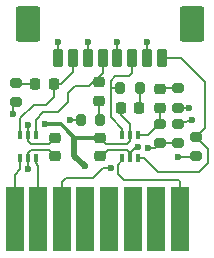
<source format=gbr>
%TF.GenerationSoftware,KiCad,Pcbnew,9.0.0*%
%TF.CreationDate,2025-03-02T19:11:09-08:00*%
%TF.ProjectId,EZ Stepper Line Driver - R2,455a2053-7465-4707-9065-72204c696e65,rev?*%
%TF.SameCoordinates,Original*%
%TF.FileFunction,Copper,L1,Top*%
%TF.FilePolarity,Positive*%
%FSLAX46Y46*%
G04 Gerber Fmt 4.6, Leading zero omitted, Abs format (unit mm)*
G04 Created by KiCad (PCBNEW 9.0.0) date 2025-03-02 19:11:09*
%MOMM*%
%LPD*%
G01*
G04 APERTURE LIST*
G04 Aperture macros list*
%AMRoundRect*
0 Rectangle with rounded corners*
0 $1 Rounding radius*
0 $2 $3 $4 $5 $6 $7 $8 $9 X,Y pos of 4 corners*
0 Add a 4 corners polygon primitive as box body*
4,1,4,$2,$3,$4,$5,$6,$7,$8,$9,$2,$3,0*
0 Add four circle primitives for the rounded corners*
1,1,$1+$1,$2,$3*
1,1,$1+$1,$4,$5*
1,1,$1+$1,$6,$7*
1,1,$1+$1,$8,$9*
0 Add four rect primitives between the rounded corners*
20,1,$1+$1,$2,$3,$4,$5,0*
20,1,$1+$1,$4,$5,$6,$7,0*
20,1,$1+$1,$6,$7,$8,$9,0*
20,1,$1+$1,$8,$9,$2,$3,0*%
G04 Aperture macros list end*
%TA.AperFunction,SMDPad,CuDef*%
%ADD10R,1.600000X5.500000*%
%TD*%
%TA.AperFunction,SMDPad,CuDef*%
%ADD11RoundRect,0.200000X-0.200000X-0.275000X0.200000X-0.275000X0.200000X0.275000X-0.200000X0.275000X0*%
%TD*%
%TA.AperFunction,SMDPad,CuDef*%
%ADD12RoundRect,0.225000X-0.250000X0.225000X-0.250000X-0.225000X0.250000X-0.225000X0.250000X0.225000X0*%
%TD*%
%TA.AperFunction,SMDPad,CuDef*%
%ADD13R,0.400000X0.650000*%
%TD*%
%TA.AperFunction,SMDPad,CuDef*%
%ADD14RoundRect,0.200000X-0.275000X0.200000X-0.275000X-0.200000X0.275000X-0.200000X0.275000X0.200000X0*%
%TD*%
%TA.AperFunction,SMDPad,CuDef*%
%ADD15RoundRect,0.200000X0.275000X-0.200000X0.275000X0.200000X-0.275000X0.200000X-0.275000X-0.200000X0*%
%TD*%
%TA.AperFunction,SMDPad,CuDef*%
%ADD16RoundRect,0.218750X-0.218750X-0.256250X0.218750X-0.256250X0.218750X0.256250X-0.218750X0.256250X0*%
%TD*%
%TA.AperFunction,SMDPad,CuDef*%
%ADD17RoundRect,0.218750X-0.256250X0.218750X-0.256250X-0.218750X0.256250X-0.218750X0.256250X0.218750X0*%
%TD*%
%TA.AperFunction,SMDPad,CuDef*%
%ADD18RoundRect,0.218750X0.218750X0.256250X-0.218750X0.256250X-0.218750X-0.256250X0.218750X-0.256250X0*%
%TD*%
%TA.AperFunction,SMDPad,CuDef*%
%ADD19RoundRect,0.200000X0.200000X0.600000X-0.200000X0.600000X-0.200000X-0.600000X0.200000X-0.600000X0*%
%TD*%
%TA.AperFunction,SMDPad,CuDef*%
%ADD20RoundRect,0.250001X0.799999X1.249999X-0.799999X1.249999X-0.799999X-1.249999X0.799999X-1.249999X0*%
%TD*%
%TA.AperFunction,SMDPad,CuDef*%
%ADD21RoundRect,0.218750X0.256250X-0.218750X0.256250X0.218750X-0.256250X0.218750X-0.256250X-0.218750X0*%
%TD*%
%TA.AperFunction,ViaPad*%
%ADD22C,0.600000*%
%TD*%
%TA.AperFunction,Conductor*%
%ADD23C,0.200000*%
%TD*%
%TA.AperFunction,Conductor*%
%ADD24C,0.500000*%
%TD*%
%TA.AperFunction,Conductor*%
%ADD25C,0.300000*%
%TD*%
G04 APERTURE END LIST*
D10*
%TO.P,U1,1,DIR*%
%TO.N,/DIR*%
X31880000Y124785000D03*
%TO.P,U1,2,STEP*%
%TO.N,/STEP*%
X33880000Y124785000D03*
%TO.P,U1,3,DIAG*%
%TO.N,/DIAG*%
X35880000Y124785000D03*
%TO.P,U1,4,MISO*%
%TO.N,unconnected-(U1-MISO-Pad4)*%
X37880000Y124785000D03*
%TO.P,U1,5,CS*%
%TO.N,unconnected-(U1-CS-Pad5)*%
X39880000Y124785000D03*
%TO.P,U1,6,SCK*%
%TO.N,unconnected-(U1-SCK-Pad6)*%
X41880000Y124785000D03*
%TO.P,U1,7,MOSI*%
%TO.N,unconnected-(U1-MOSI-Pad7)*%
X43880000Y124785000D03*
%TO.P,U1,8,~{ENABLE}*%
%TO.N,/\u005CENABLE*%
X45880000Y124785000D03*
%TD*%
D11*
%TO.P,R3,1*%
%TO.N,/B-ENABLE*%
X40831000Y135890000D03*
%TO.P,R3,2*%
%TO.N,Net-(D1-K)*%
X42481000Y135890000D03*
%TD*%
D12*
%TO.P,C1,1*%
%TO.N,+5V*%
X35306000Y131712000D03*
%TO.P,C1,2*%
%TO.N,GND*%
X35306000Y130162000D03*
%TD*%
D13*
%TO.P,U2,1*%
%TO.N,/DIR*%
X32370000Y129987000D03*
%TO.P,U2,2,GND*%
%TO.N,GND*%
X33020000Y129987000D03*
%TO.P,U2,3*%
%TO.N,/STEP*%
X33670000Y129987000D03*
%TO.P,U2,4*%
%TO.N,/B-STEP*%
X33670000Y131887000D03*
%TO.P,U2,5,VCC*%
%TO.N,+5V*%
X33020000Y131887000D03*
%TO.P,U2,6*%
%TO.N,/B-DIR*%
X32370000Y131887000D03*
%TD*%
D14*
%TO.P,R2,1*%
%TO.N,GND*%
X45720000Y132860000D03*
%TO.P,R2,2*%
%TO.N,/DIAG*%
X45720000Y131210000D03*
%TD*%
D15*
%TO.P,R1,1*%
%TO.N,/DIAG*%
X44196000Y131210000D03*
%TO.P,R1,2*%
%TO.N,/5VDIAG*%
X44196000Y132860000D03*
%TD*%
D16*
%TO.P,D3,1,K*%
%TO.N,Net-(D3-K)*%
X33629500Y136271000D03*
%TO.P,D3,2,A*%
%TO.N,/B-DIR*%
X35204500Y136271000D03*
%TD*%
D17*
%TO.P,D4,1,K*%
%TO.N,Net-(D4-K)*%
X44196000Y135788500D03*
%TO.P,D4,2,A*%
%TO.N,/5VDIAG*%
X44196000Y134213500D03*
%TD*%
D18*
%TO.P,D1,1,K*%
%TO.N,Net-(D1-K)*%
X42443500Y134239000D03*
%TO.P,D1,2,A*%
%TO.N,+5V*%
X40868500Y134239000D03*
%TD*%
D13*
%TO.P,U3,1*%
%TO.N,/\u005CENABLE*%
X41006000Y129987000D03*
%TO.P,U3,2,GND*%
%TO.N,GND*%
X41656000Y129987000D03*
%TO.P,U3,3*%
%TO.N,/B-DIAG*%
X42306000Y129987000D03*
%TO.P,U3,4*%
%TO.N,/5VDIAG*%
X42306000Y131887000D03*
%TO.P,U3,5,VCC*%
%TO.N,+5V*%
X41656000Y131887000D03*
%TO.P,U3,6*%
%TO.N,/B-ENABLE*%
X41006000Y131887000D03*
%TD*%
D15*
%TO.P,R6,1*%
%TO.N,GND*%
X45720000Y134239000D03*
%TO.P,R6,2*%
%TO.N,Net-(D4-K)*%
X45720000Y135889000D03*
%TD*%
D11*
%TO.P,R4,1*%
%TO.N,GND*%
X37465000Y133224000D03*
%TO.P,R4,2*%
%TO.N,Net-(D2-K)*%
X39115000Y133224000D03*
%TD*%
D19*
%TO.P,J1,1,Pin_1*%
%TO.N,/B-DIAG*%
X44341000Y138425000D03*
%TO.P,J1,2,Pin_2*%
%TO.N,GND*%
X43091000Y138425000D03*
%TO.P,J1,3,Pin_3*%
%TO.N,/B-ENABLE*%
X41841000Y138425000D03*
%TO.P,J1,4,Pin_4*%
%TO.N,GND*%
X40591000Y138425000D03*
%TO.P,J1,5,Pin_5*%
%TO.N,/B-STEP*%
X39341000Y138425000D03*
%TO.P,J1,6,Pin_6*%
%TO.N,GND*%
X38091000Y138425000D03*
%TO.P,J1,7,Pin_7*%
%TO.N,/B-DIR*%
X36841000Y138425000D03*
%TO.P,J1,8,Pin_8*%
%TO.N,GND*%
X35591000Y138425000D03*
D20*
%TO.P,J1,MP*%
X46891000Y141325000D03*
X33041000Y141325000D03*
%TD*%
D14*
%TO.P,R7,1*%
%TO.N,/B-DIAG*%
X47244000Y131762000D03*
%TO.P,R7,2*%
%TO.N,+5V*%
X47244000Y130112000D03*
%TD*%
D21*
%TO.P,D2,1,K*%
%TO.N,Net-(D2-K)*%
X38989000Y134848500D03*
%TO.P,D2,2,A*%
%TO.N,/B-STEP*%
X38989000Y136423500D03*
%TD*%
D15*
%TO.P,R5,1*%
%TO.N,GND*%
X32004000Y134684000D03*
%TO.P,R5,2*%
%TO.N,Net-(D3-K)*%
X32004000Y136334000D03*
%TD*%
D12*
%TO.P,C2,1*%
%TO.N,+5V*%
X39116000Y131712000D03*
%TO.P,C2,2*%
%TO.N,GND*%
X39116000Y130162000D03*
%TD*%
D22*
%TO.N,GND*%
X43091000Y139772000D03*
%TO.N,+5V*%
X34417000Y132842000D03*
X33020000Y132808000D03*
X37846000Y129286000D03*
X45730000Y130035000D03*
%TO.N,GND*%
X46341000Y141224000D03*
X33020000Y129066000D03*
X38091000Y139772000D03*
X35591000Y139772000D03*
X46341000Y140208000D03*
X46863000Y133223000D03*
X32371000Y141224000D03*
X47484000Y140208000D03*
X46341000Y142367000D03*
X32371000Y142367000D03*
X46641000Y134239000D03*
X47484000Y141224000D03*
X47484000Y142367000D03*
X31750000Y133699000D03*
X40591000Y139772000D03*
X36576000Y133223000D03*
X42291000Y130937000D03*
X33641000Y142367000D03*
X33641000Y141224000D03*
X32371000Y140208000D03*
X33641000Y140208000D03*
%TO.N,/DIAG*%
X43180000Y130810000D03*
X40005000Y129159000D03*
%TD*%
D23*
%TO.N,GND*%
X43091000Y138425000D02*
X43091000Y139772000D01*
%TO.N,+5V*%
X39637000Y131191000D02*
X39116000Y131712000D01*
D24*
X37846000Y129286000D02*
X36944000Y130188000D01*
D23*
X40767000Y131191000D02*
X39637000Y131191000D01*
X33274000Y131191000D02*
X34785000Y131191000D01*
D25*
X36258500Y132397500D02*
X36944000Y131712000D01*
D23*
X33020000Y131887000D02*
X33020000Y132808000D01*
X41656000Y131445000D02*
X41402000Y131191000D01*
X41656000Y132842000D02*
X41656000Y131887000D01*
D25*
X39116000Y131712000D02*
X38494000Y131712000D01*
D23*
X40868500Y134239000D02*
X40868500Y133629500D01*
D25*
X35814000Y132842000D02*
X36258500Y132397500D01*
D23*
X47230000Y130460000D02*
X46805000Y130035000D01*
X33020000Y131445000D02*
X33274000Y131191000D01*
X45730000Y130035000D02*
X47167000Y130035000D01*
X41656000Y131887000D02*
X41656000Y131445000D01*
X39694000Y131191000D02*
X39961000Y131191000D01*
X40767000Y131191000D02*
X39961000Y131191000D01*
X46805000Y130035000D02*
X45730000Y130035000D01*
X40868500Y133629500D02*
X41656000Y132842000D01*
X41402000Y131191000D02*
X40767000Y131191000D01*
D25*
X34417000Y132842000D02*
X35814000Y132842000D01*
D23*
X33020000Y131887000D02*
X33020000Y131445000D01*
X34785000Y131191000D02*
X35306000Y131712000D01*
D24*
X36944000Y130188000D02*
X36944000Y131712000D01*
D23*
X47167000Y130035000D02*
X47244000Y130112000D01*
D25*
X36944000Y131712000D02*
X39116000Y131712000D01*
D23*
%TO.N,GND*%
X33274000Y130683000D02*
X33020000Y130429000D01*
X41592500Y130050500D02*
X41592500Y130492500D01*
X37465000Y133224000D02*
X36576000Y133223000D01*
X41148000Y130683000D02*
X40752736Y130683000D01*
X41656000Y129987000D02*
X41719500Y130050500D01*
X41592500Y130492500D02*
X41402000Y130683000D01*
X45720000Y134239000D02*
X46641000Y134239000D01*
X41656000Y129987000D02*
X41592500Y130050500D01*
X40591000Y138425000D02*
X40591000Y139772000D01*
X35591000Y138425000D02*
X35591000Y139772000D01*
X40736000Y130683000D02*
X41402000Y130683000D01*
X41275000Y130683000D02*
X39751686Y130683000D01*
X39230686Y130162000D02*
X39116000Y130162000D01*
X33020000Y129987000D02*
X33020000Y129066000D01*
X38091000Y138425000D02*
X38091000Y139772000D01*
X41275000Y130683000D02*
X41402000Y130683000D01*
X41719500Y130492500D02*
X42164000Y130937000D01*
X31750000Y134620000D02*
X31750000Y133699000D01*
X33020000Y130429000D02*
X33020000Y129987000D01*
X41719500Y130050500D02*
X41719500Y130492500D01*
X45720000Y132860000D02*
X46863000Y133223000D01*
X39751686Y130683000D02*
X39230686Y130162000D01*
X34785000Y130683000D02*
X33274000Y130683000D01*
X41148000Y130683000D02*
X41275000Y130683000D01*
X42164000Y130937000D02*
X42291000Y130937000D01*
X35306000Y130162000D02*
X34785000Y130683000D01*
%TO.N,/B-STEP*%
X34290000Y133858000D02*
X33670000Y133238000D01*
X38223500Y136042500D02*
X36982500Y136042500D01*
X33670000Y133238000D02*
X33670000Y131887000D01*
X36385500Y135445500D02*
X36385500Y134683500D01*
X36982500Y136042500D02*
X36385500Y135445500D01*
X39341000Y137160000D02*
X38223500Y136042500D01*
X36385500Y134683500D02*
X35560000Y133858000D01*
X35560000Y133858000D02*
X34290000Y133858000D01*
X39341000Y138425000D02*
X39341000Y137160000D01*
%TO.N,/B-DIR*%
X36841000Y137287000D02*
X35825000Y136271000D01*
X34544000Y134493000D02*
X33528000Y134493000D01*
X35825000Y136271000D02*
X35204500Y136271000D01*
X35204500Y136271000D02*
X35204500Y135153500D01*
X32370000Y133335000D02*
X32370000Y132715000D01*
X32370000Y131887000D02*
X32370000Y132715000D01*
X33528000Y134493000D02*
X32370000Y133335000D01*
X36816000Y138450000D02*
X36841000Y138425000D01*
X36841000Y138425000D02*
X36841000Y137287000D01*
X35204500Y135153500D02*
X34544000Y134493000D01*
%TO.N,Net-(D1-K)*%
X42481000Y134276500D02*
X42443500Y134239000D01*
X42481000Y135890000D02*
X42481000Y134276500D01*
%TO.N,Net-(D2-K)*%
X38963500Y134874000D02*
X38989000Y134848500D01*
X38989000Y133350000D02*
X39115000Y133224000D01*
X38989000Y134848500D02*
X38989000Y133350000D01*
%TO.N,/5VDIAG*%
X43180000Y131953000D02*
X43114000Y131887000D01*
X43751000Y132524000D02*
X43180000Y131953000D01*
X44196000Y132860000D02*
X44087000Y132860000D01*
X42306000Y131887000D02*
X43114000Y131887000D01*
X44196000Y134213500D02*
X44196000Y132860000D01*
X44087000Y132860000D02*
X43180000Y131953000D01*
%TO.N,/B-DIAG*%
X44062000Y128785000D02*
X47480000Y128785000D01*
X48230000Y129535000D02*
X48230000Y130175000D01*
X48006000Y132524000D02*
X47244000Y131762000D01*
X48006000Y133223000D02*
X48006000Y132524000D01*
X45965000Y138425000D02*
X44341000Y138425000D01*
X42860000Y129987000D02*
X44062000Y128785000D01*
X42306000Y129987000D02*
X42860000Y129987000D01*
X48230000Y130776000D02*
X48230000Y130175000D01*
X47480000Y128785000D02*
X48230000Y129535000D01*
X48006000Y136384000D02*
X45965000Y138425000D01*
X48006000Y133223000D02*
X48006000Y136384000D01*
X48006000Y132886000D02*
X48006000Y133223000D01*
X47244000Y131762000D02*
X48230000Y130776000D01*
%TO.N,/B-ENABLE*%
X40386000Y136906000D02*
X40005000Y136525000D01*
X40831000Y135890000D02*
X40005000Y135890000D01*
X40005000Y136525000D02*
X40005000Y135890000D01*
X40005000Y133477000D02*
X41006000Y132476000D01*
X41529000Y136906000D02*
X40386000Y136906000D01*
X41841000Y138425000D02*
X41841000Y137218000D01*
X41841000Y137218000D02*
X41529000Y136906000D01*
X41006000Y132476000D02*
X41006000Y131887000D01*
X40005000Y135890000D02*
X40005000Y133477000D01*
%TO.N,/DIAG*%
X44196000Y131210000D02*
X45720000Y131210000D01*
X38481000Y128270000D02*
X36195000Y128270000D01*
X40005000Y129159000D02*
X39370000Y129159000D01*
X36195000Y128270000D02*
X35880000Y127955000D01*
X43796000Y130810000D02*
X44196000Y131210000D01*
X35880000Y127955000D02*
X35880000Y124785000D01*
X43180000Y130810000D02*
X43796000Y130810000D01*
X39370000Y129159000D02*
X38481000Y128270000D01*
%TO.N,/DIR*%
X31880000Y128527000D02*
X32370000Y129017000D01*
X32370000Y129017000D02*
X32370000Y129987000D01*
X31880000Y124785000D02*
X31880000Y128527000D01*
%TO.N,Net-(D3-K)*%
X33629500Y136271000D02*
X32067000Y136271000D01*
X32067000Y136271000D02*
X32004000Y136334000D01*
%TO.N,/STEP*%
X33880000Y129315000D02*
X33880000Y124785000D01*
X33670000Y129987000D02*
X33670000Y129525000D01*
X33670000Y129525000D02*
X33880000Y129315000D01*
%TO.N,Net-(D4-K)*%
X44296500Y135889000D02*
X44196000Y135788500D01*
X45720000Y135889000D02*
X44296500Y135889000D01*
%TO.N,/\u005CENABLE*%
X41006000Y129779000D02*
X40640000Y129413000D01*
X45720000Y128143000D02*
X45847000Y128016000D01*
X40640000Y129413000D02*
X40640000Y128651000D01*
X45880000Y127983000D02*
X45880000Y124785000D01*
X45847000Y128016000D02*
X45880000Y127983000D01*
X40640000Y128651000D02*
X41148000Y128143000D01*
X41148000Y128143000D02*
X45720000Y128143000D01*
X41006000Y129987000D02*
X41006000Y129779000D01*
%TD*%
M02*

</source>
